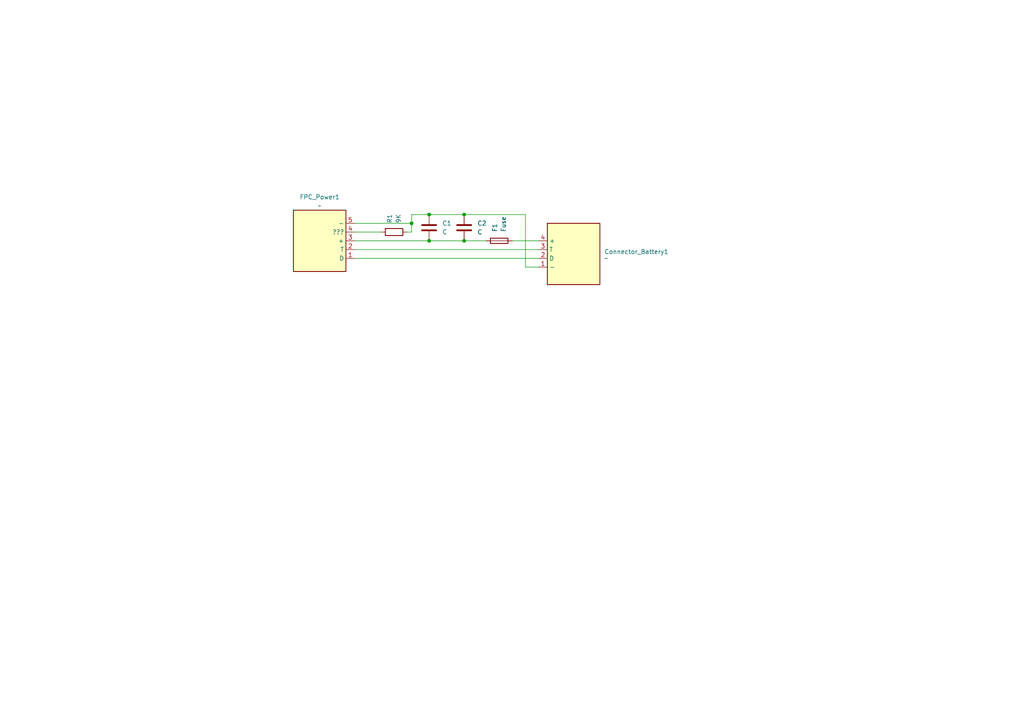
<source format=kicad_sch>
(kicad_sch (version 20250114) (generator "eeschema") (generator_version "9.0")
  (paper "A4")
  (lib_symbols
    (symbol "Device:C" (pin_numbers (hide yes)) (pin_names (offset 0.254))
      (property "Reference" "C" (at 0.635 2.54 0))
      (property "Value" "C" (at 0.635 -2.54 0))
      (symbol "C_0_1"
        (polyline (pts (xy -2.032 0.762) (xy 2.032 0.762)) (stroke (width 0.508)))
        (polyline (pts (xy -2.032 -0.762) (xy 2.032 -0.762)) (stroke (width 0.508)))
      )
      (symbol "C_1_1"
        (pin passive line (at 0 3.81 270) (length 2.794) (name "~") (number "1"))
        (pin passive line (at 0 -3.81 90) (length 2.794) (name "~") (number "2"))
      )
    )
    (symbol "Device:Fuse" (pin_numbers (hide yes)) (pin_names (offset 0))
      (property "Reference" "F" (at 2.032 0 90))
      (property "Value" "Fuse" (at -1.905 0 90))
      (symbol "Fuse_0_1"
        (rectangle (start -0.762 -2.54) (end 0.762 2.54) (stroke (width 0.254)))
        (polyline (pts (xy 0 2.54) (xy 0 -2.54)))
      )
      (symbol "Fuse_1_1"
        (pin passive line (at 0 3.81 270) (length 1.27) (name "~") (number "1"))
        (pin passive line (at 0 -3.81 90) (length 1.27) (name "~") (number "2"))
      )
    )
    (symbol "Device:R" (pin_numbers (hide yes)) (pin_names (offset 0))
      (property "Reference" "R" (at 2.032 0 90))
      (property "Value" "R" (at 0 0 90))
      (symbol "R_0_1"
        (rectangle (start -1.016 -2.54) (end 1.016 2.54) (stroke (width 0.254)))
      )
      (symbol "R_1_1"
        (pin passive line (at 0 3.81 270) (length 1.27) (name "~") (number "1"))
        (pin passive line (at 0 -3.81 90) (length 1.27) (name "~") (number "2"))
      )
    )
    (symbol "Leica-G9ii-Symbols:Power_Connector_Battery"
      (property "Reference" "Power_Connector_Battery" (at 0.254 10.668 0))
      (symbol "Power_Connector_Battery_0_1"
        (rectangle (start -7.62 8.89) (end 7.62 -8.89) (stroke (width 0.254)) (fill (type background)))
      )
      (symbol "Power_Connector_Battery_1_1"
        (pin power_in line (at 10.16 3.81 180) (length 2.54) (name "+") (number "4"))
        (pin input line (at 10.16 1.27 180) (length 2.54) (name "T") (number "3"))
        (pin input line (at 10.16 -1.27 180) (length 2.54) (name "D") (number "2"))
        (pin power_out line (at 10.16 -3.81 180) (length 2.54) (name "-") (number "1"))
      )
    )
    (symbol "Leica-G9ii-Symbols:Power_Connector_Camera"
      (property "Reference" "Power_Connector_Camera" (at 0.254 10.668 0))
      (symbol "Power_Connector_Camera_0_1"
        (rectangle (start -7.62 8.89) (end 7.62 -8.89) (stroke (width 0.254)) (fill (type background)))
      )
      (symbol "Power_Connector_Camera_1_1"
        (pin power_in line (at 10.16 5.08 180) (length 2.54) (name "-") (number "5"))
        (pin input line (at 10.16 2.54 180) (length 2.54) (name "???") (number "4"))
        (pin power_in line (at 10.16 0 180) (length 2.54) (name "+") (number "3"))
        (pin input line (at 10.16 -2.54 180) (length 2.54) (name "T") (number "2"))
        (pin input line (at 10.16 -5.08 180) (length 2.54) (name "D") (number "1"))
      )
    )
  )
  (junction (at 134.62 69.85))
  (junction (at 124.46 62.23))
  (junction (at 119.38 64.77))
  (junction (at 134.62 62.23))
  (junction (at 124.46 69.85))
  (wire (pts (xy 102.87 64.77) (xy 119.38 64.77)))
  (wire (pts (xy 134.62 62.23) (xy 152.4 62.23)))
  (wire (pts (xy 148.59 69.85) (xy 156.21 69.85)))
  (wire (pts (xy 102.87 74.93) (xy 156.21 74.93)))
  (wire (pts (xy 118.11 67.31) (xy 119.38 67.31)))
  (wire (pts (xy 102.87 67.31) (xy 110.49 67.31)))
  (wire (pts (xy 124.46 69.85) (xy 134.62 69.85)))
  (wire (pts (xy 102.87 69.85) (xy 124.46 69.85)))
  (wire (pts (xy 102.87 72.39) (xy 156.21 72.39)))
  (wire (pts (xy 119.38 67.31) (xy 119.38 64.77)))
  (wire (pts (xy 152.4 77.47) (xy 152.4 62.23)))
  (wire (pts (xy 124.46 62.23) (xy 134.62 62.23)))
  (wire (pts (xy 156.21 77.47) (xy 152.4 77.47)))
  (wire (pts (xy 134.62 69.85) (xy 140.97 69.85)))
  (wire (pts (xy 119.38 62.23) (xy 124.46 62.23)))
  (wire (pts (xy 119.38 64.77) (xy 119.38 62.23)))
  (symbol (lib_id "Device:C") (at 124.46 66.04 0) (unit 1)
    (property "Reference" "C1" (at 128.27 64.7699 0) (effects (justify left)))
    (property "Value" "C" (at 128.27 67.3099 0) (effects (justify left)))
    (property "Footprint" "Leica-G9ii:R_2x1mm" (effects (hide yes)))
    (property "Description" "Unpolarized capacitor" (effects (hide yes)))
  )
  (symbol (lib_id "Device:C") (at 134.62 66.04 0) (unit 1)
    (property "Reference" "C2" (at 138.43 64.7699 0) (effects (justify left)))
    (property "Value" "C" (at 138.43 67.3099 0) (effects (justify left)))
    (property "Footprint" "Leica-G9ii:R_2x1mm" (effects (hide yes)))
    (property "Description" "Unpolarized capacitor" (effects (hide yes)))
  )
  (symbol (lib_id "Device:Fuse") (at 144.78 69.85 90) (unit 1)
    (property "Reference" "F1" (at 143.5099 67.31 0) (effects (justify left)))
    (property "Value" "Fuse" (at 146.0499 67.31 0) (effects (justify left)))
    (property "Footprint" "Leica-G9ii:R_2x1mm" (effects (hide yes)))
    (property "Description" "Fuse" (effects (hide yes)))
  )
  (symbol (lib_id "Device:R") (at 114.3 67.31 90) (unit 1)
    (property "Reference" "R1" (at 113.0299 64.77 0) (effects (justify left)))
    (property "Value" "9K" (at 115.5699 64.77 0) (effects (justify left)))
    (property "Footprint" "Leica-G9ii:R_2x1mm" (effects (hide yes)))
    (property "Description" "Resistor" (effects (hide yes)))
  )
  (symbol (lib_id "Leica-G9ii-Symbols:Power_Connector_Battery") (at 166.37 73.66 0) (mirror y) (unit 1)
    (property "Reference" "Connector_Battery1" (at 175.26 73.0249 0) (effects (justify right)))
    (property "Value" "~" (at 175.26 74.93 0) (effects (justify right)))
    (property "Footprint" "Leica-G9ii:Connector_Battery" (effects (hide yes)))
  )
  (symbol (lib_id "Leica-G9ii-Symbols:Power_Connector_Camera") (at 92.71 69.85 0) (unit 1)
    (property "Reference" "FPC_Power1" (at 92.71 57.15 0))
    (property "Value" "~" (at 92.71 59.69 0))
    (property "Footprint" "Leica-G9ii:FPC_Power" (effects (hide yes)))
  )
)
</source>
